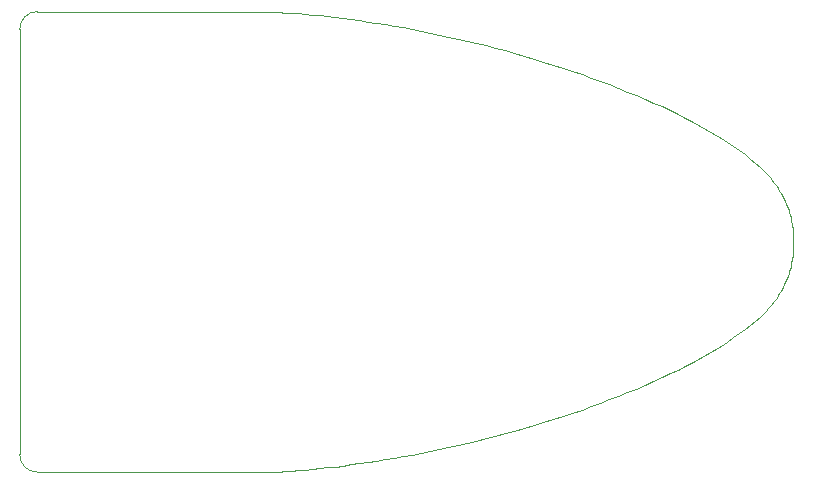
<source format=gbr>
%TF.GenerationSoftware,KiCad,Pcbnew,8.0.7*%
%TF.CreationDate,2025-06-14T22:59:42+12:00*%
%TF.ProjectId,heli_avionics,68656c69-5f61-4766-996f-6e6963732e6b,rev?*%
%TF.SameCoordinates,Original*%
%TF.FileFunction,Profile,NP*%
%FSLAX46Y46*%
G04 Gerber Fmt 4.6, Leading zero omitted, Abs format (unit mm)*
G04 Created by KiCad (PCBNEW 8.0.7) date 2025-06-14 22:59:42*
%MOMM*%
%LPD*%
G01*
G04 APERTURE LIST*
%ADD10C,0.050000*%
%TA.AperFunction,Profile*%
%ADD11C,0.050000*%
%TD*%
G04 APERTURE END LIST*
D10*
X163050000Y-113550000D02*
X163228070Y-113733914D01*
X163398177Y-113917720D01*
X163560473Y-114101452D01*
X163715109Y-114285143D01*
X163862237Y-114468829D01*
X164002008Y-114652541D01*
X164134573Y-114836315D01*
X164260084Y-115020185D01*
X164378693Y-115204184D01*
X164490551Y-115388346D01*
X164595809Y-115572706D01*
X164694619Y-115757297D01*
X164787132Y-115942153D01*
X164873501Y-116127309D01*
X164953876Y-116312798D01*
X165028408Y-116498654D01*
X165097250Y-116684911D01*
X165160553Y-116871603D01*
X165218468Y-117058764D01*
X165271146Y-117246429D01*
X165318740Y-117434630D01*
X165361401Y-117623402D01*
X165399279Y-117812780D01*
X165432528Y-118002796D01*
X165461297Y-118193485D01*
X165485739Y-118384880D01*
X165506006Y-118577017D01*
X165522247Y-118769928D01*
X165534616Y-118963648D01*
X165543263Y-119158211D01*
X165548341Y-119353650D01*
X165550000Y-119550000D01*
D11*
X101550000Y-139050000D02*
G75*
G02*
X100050000Y-137550000I0J1500000D01*
G01*
X100050000Y-101550000D02*
X100050000Y-137550000D01*
X101550000Y-100050000D02*
X120050000Y-100050000D01*
D10*
X141925954Y-135538563D02*
X142748583Y-135304068D01*
X143569627Y-135061934D01*
X144388195Y-134812425D01*
X145203397Y-134555803D01*
X146014343Y-134292331D01*
X146820145Y-134022272D01*
X147619911Y-133745889D01*
X148412752Y-133463445D01*
X149197779Y-133175203D01*
X149974101Y-132881426D01*
X150740829Y-132582376D01*
X151497073Y-132278316D01*
X152241942Y-131969510D01*
X152974549Y-131656220D01*
X153694001Y-131338710D01*
X154399411Y-131017241D01*
X155089887Y-130692078D01*
X155764541Y-130363482D01*
X156422481Y-130031717D01*
X157062820Y-129697046D01*
X157684666Y-129359732D01*
X158287130Y-129020037D01*
X158869322Y-128678224D01*
X159430352Y-128334557D01*
X159969331Y-127989298D01*
X160485369Y-127642710D01*
X160977575Y-127295056D01*
X161445061Y-126946599D01*
X161886936Y-126597602D01*
X162302311Y-126248328D01*
X162690295Y-125899040D01*
X163050000Y-125550000D01*
X120050000Y-139050000D02*
X120498854Y-139046724D01*
X120970382Y-139036877D01*
X121463831Y-139020430D01*
X121978447Y-138997352D01*
X122513479Y-138967614D01*
X123068173Y-138931185D01*
X123641778Y-138888038D01*
X124233539Y-138838141D01*
X124842705Y-138781465D01*
X125468523Y-138717980D01*
X126110239Y-138647656D01*
X126767102Y-138570465D01*
X127438359Y-138486376D01*
X128123257Y-138395359D01*
X128821043Y-138297384D01*
X129530965Y-138192423D01*
X130252269Y-138080445D01*
X130984204Y-137961420D01*
X131726016Y-137835320D01*
X132476953Y-137702113D01*
X133236263Y-137561771D01*
X134003191Y-137414264D01*
X134776987Y-137259561D01*
X135556896Y-137097634D01*
X136342167Y-136928453D01*
X137132046Y-136751987D01*
X137925782Y-136568207D01*
X138722620Y-136377084D01*
X139521810Y-136178588D01*
X140322597Y-135972689D01*
X141124229Y-135759357D01*
X141925954Y-135538563D01*
X163050000Y-125550000D02*
X163228070Y-125366085D01*
X163398177Y-125182279D01*
X163560473Y-124998547D01*
X163715109Y-124814856D01*
X163862237Y-124631170D01*
X164002008Y-124447458D01*
X164134573Y-124263684D01*
X164260084Y-124079814D01*
X164378693Y-123895815D01*
X164490551Y-123711653D01*
X164595809Y-123527293D01*
X164694619Y-123342702D01*
X164787132Y-123157846D01*
X164873501Y-122972690D01*
X164953876Y-122787201D01*
X165028408Y-122601345D01*
X165097250Y-122415088D01*
X165160553Y-122228396D01*
X165218468Y-122041235D01*
X165271146Y-121853570D01*
X165318740Y-121665369D01*
X165361401Y-121476597D01*
X165399279Y-121287219D01*
X165432528Y-121097203D01*
X165461297Y-120906514D01*
X165485739Y-120715119D01*
X165506006Y-120522982D01*
X165522247Y-120330071D01*
X165534616Y-120136351D01*
X165543263Y-119941788D01*
X165548341Y-119746349D01*
X165550000Y-119550000D01*
D11*
X100050000Y-101550000D02*
G75*
G02*
X101550000Y-100050000I1500000J0D01*
G01*
X101550000Y-139050000D02*
X120050000Y-139050000D01*
D10*
X141925954Y-103561437D02*
X142748583Y-103795931D01*
X143569627Y-104038065D01*
X144388195Y-104287574D01*
X145203397Y-104544196D01*
X146014343Y-104807668D01*
X146820145Y-105077727D01*
X147619911Y-105354110D01*
X148412752Y-105636554D01*
X149197779Y-105924796D01*
X149974101Y-106218573D01*
X150740829Y-106517623D01*
X151497073Y-106821683D01*
X152241942Y-107130489D01*
X152974549Y-107443779D01*
X153694001Y-107761289D01*
X154399411Y-108082758D01*
X155089887Y-108407921D01*
X155764541Y-108736517D01*
X156422481Y-109068282D01*
X157062820Y-109402953D01*
X157684666Y-109740267D01*
X158287130Y-110079962D01*
X158869322Y-110421775D01*
X159430352Y-110765442D01*
X159969331Y-111110701D01*
X160485369Y-111457289D01*
X160977575Y-111804943D01*
X161445061Y-112153400D01*
X161886936Y-112502397D01*
X162302311Y-112851671D01*
X162690295Y-113200959D01*
X163050000Y-113550000D01*
X120050000Y-100050000D02*
X120498854Y-100053275D01*
X120970382Y-100063122D01*
X121463831Y-100079569D01*
X121978447Y-100102647D01*
X122513479Y-100132385D01*
X123068173Y-100168814D01*
X123641778Y-100211961D01*
X124233539Y-100261858D01*
X124842705Y-100318534D01*
X125468523Y-100382019D01*
X126110239Y-100452343D01*
X126767102Y-100529534D01*
X127438359Y-100613623D01*
X128123257Y-100704640D01*
X128821043Y-100802615D01*
X129530965Y-100907576D01*
X130252269Y-101019554D01*
X130984204Y-101138579D01*
X131726016Y-101264679D01*
X132476953Y-101397886D01*
X133236263Y-101538228D01*
X134003191Y-101685735D01*
X134776987Y-101840438D01*
X135556896Y-102002365D01*
X136342167Y-102171546D01*
X137132046Y-102348012D01*
X137925782Y-102531792D01*
X138722620Y-102722915D01*
X139521810Y-102921411D01*
X140322597Y-103127310D01*
X141124229Y-103340642D01*
X141925954Y-103561437D01*
M02*

</source>
